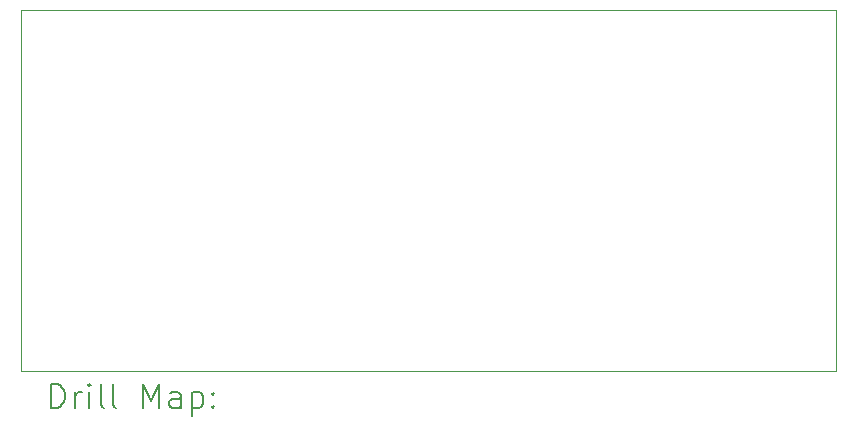
<source format=gbr>
%TF.GenerationSoftware,KiCad,Pcbnew,9.0.0*%
%TF.CreationDate,2025-08-28T17:52:37+02:00*%
%TF.ProjectId,audioVisualizer_PCB,61756469-6f56-4697-9375-616c697a6572,rev?*%
%TF.SameCoordinates,Original*%
%TF.FileFunction,Drillmap*%
%TF.FilePolarity,Positive*%
%FSLAX45Y45*%
G04 Gerber Fmt 4.5, Leading zero omitted, Abs format (unit mm)*
G04 Created by KiCad (PCBNEW 9.0.0) date 2025-08-28 17:52:37*
%MOMM*%
%LPD*%
G01*
G04 APERTURE LIST*
%ADD10C,0.050000*%
%ADD11C,0.200000*%
G04 APERTURE END LIST*
D10*
X10550000Y-4150000D02*
X17450000Y-4150000D01*
X17450000Y-7200000D01*
X10550000Y-7200000D01*
X10550000Y-4150000D01*
D11*
X10808277Y-7513984D02*
X10808277Y-7313984D01*
X10808277Y-7313984D02*
X10855896Y-7313984D01*
X10855896Y-7313984D02*
X10884467Y-7323508D01*
X10884467Y-7323508D02*
X10903515Y-7342555D01*
X10903515Y-7342555D02*
X10913039Y-7361603D01*
X10913039Y-7361603D02*
X10922563Y-7399698D01*
X10922563Y-7399698D02*
X10922563Y-7428269D01*
X10922563Y-7428269D02*
X10913039Y-7466365D01*
X10913039Y-7466365D02*
X10903515Y-7485412D01*
X10903515Y-7485412D02*
X10884467Y-7504460D01*
X10884467Y-7504460D02*
X10855896Y-7513984D01*
X10855896Y-7513984D02*
X10808277Y-7513984D01*
X11008277Y-7513984D02*
X11008277Y-7380650D01*
X11008277Y-7418746D02*
X11017801Y-7399698D01*
X11017801Y-7399698D02*
X11027324Y-7390174D01*
X11027324Y-7390174D02*
X11046372Y-7380650D01*
X11046372Y-7380650D02*
X11065420Y-7380650D01*
X11132086Y-7513984D02*
X11132086Y-7380650D01*
X11132086Y-7313984D02*
X11122563Y-7323508D01*
X11122563Y-7323508D02*
X11132086Y-7333031D01*
X11132086Y-7333031D02*
X11141610Y-7323508D01*
X11141610Y-7323508D02*
X11132086Y-7313984D01*
X11132086Y-7313984D02*
X11132086Y-7333031D01*
X11255896Y-7513984D02*
X11236848Y-7504460D01*
X11236848Y-7504460D02*
X11227324Y-7485412D01*
X11227324Y-7485412D02*
X11227324Y-7313984D01*
X11360658Y-7513984D02*
X11341610Y-7504460D01*
X11341610Y-7504460D02*
X11332086Y-7485412D01*
X11332086Y-7485412D02*
X11332086Y-7313984D01*
X11589229Y-7513984D02*
X11589229Y-7313984D01*
X11589229Y-7313984D02*
X11655896Y-7456841D01*
X11655896Y-7456841D02*
X11722562Y-7313984D01*
X11722562Y-7313984D02*
X11722562Y-7513984D01*
X11903515Y-7513984D02*
X11903515Y-7409222D01*
X11903515Y-7409222D02*
X11893991Y-7390174D01*
X11893991Y-7390174D02*
X11874943Y-7380650D01*
X11874943Y-7380650D02*
X11836848Y-7380650D01*
X11836848Y-7380650D02*
X11817801Y-7390174D01*
X11903515Y-7504460D02*
X11884467Y-7513984D01*
X11884467Y-7513984D02*
X11836848Y-7513984D01*
X11836848Y-7513984D02*
X11817801Y-7504460D01*
X11817801Y-7504460D02*
X11808277Y-7485412D01*
X11808277Y-7485412D02*
X11808277Y-7466365D01*
X11808277Y-7466365D02*
X11817801Y-7447317D01*
X11817801Y-7447317D02*
X11836848Y-7437793D01*
X11836848Y-7437793D02*
X11884467Y-7437793D01*
X11884467Y-7437793D02*
X11903515Y-7428269D01*
X11998753Y-7380650D02*
X11998753Y-7580650D01*
X11998753Y-7390174D02*
X12017801Y-7380650D01*
X12017801Y-7380650D02*
X12055896Y-7380650D01*
X12055896Y-7380650D02*
X12074943Y-7390174D01*
X12074943Y-7390174D02*
X12084467Y-7399698D01*
X12084467Y-7399698D02*
X12093991Y-7418746D01*
X12093991Y-7418746D02*
X12093991Y-7475888D01*
X12093991Y-7475888D02*
X12084467Y-7494936D01*
X12084467Y-7494936D02*
X12074943Y-7504460D01*
X12074943Y-7504460D02*
X12055896Y-7513984D01*
X12055896Y-7513984D02*
X12017801Y-7513984D01*
X12017801Y-7513984D02*
X11998753Y-7504460D01*
X12179705Y-7494936D02*
X12189229Y-7504460D01*
X12189229Y-7504460D02*
X12179705Y-7513984D01*
X12179705Y-7513984D02*
X12170182Y-7504460D01*
X12170182Y-7504460D02*
X12179705Y-7494936D01*
X12179705Y-7494936D02*
X12179705Y-7513984D01*
X12179705Y-7390174D02*
X12189229Y-7399698D01*
X12189229Y-7399698D02*
X12179705Y-7409222D01*
X12179705Y-7409222D02*
X12170182Y-7399698D01*
X12170182Y-7399698D02*
X12179705Y-7390174D01*
X12179705Y-7390174D02*
X12179705Y-7409222D01*
M02*

</source>
